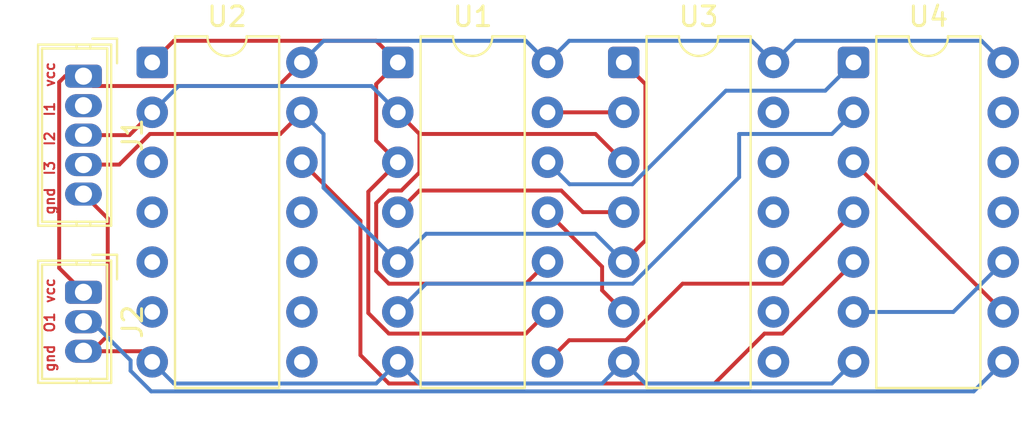
<source format=kicad_pcb>
(kicad_pcb (version 20241229) (generator "pcbnew") (generator_version "9.0")
  (layers (0 "F.Cu" signal) (2 "B.Cu" signal) (13 "F.Paste" user) (15 "B.Paste" user) (5 "F.SilkS" user "F.Silkscreen") (7 "B.SilkS" user "B.Silkscreen") (1 "F.Mask" user) (3 "B.Mask" user) (25 "Edge.Cuts" user))
  (net 0 "")
  (net 1 "VCC")
  (net 2 "Net-(J1-Pin_2)")
  (net 3 "Net-(J1-Pin_4)")
  (net 4 "Net-(J1-Pin_3)")
  (net 5 "GND")
  (net 6 "Net-(J2-Pin_2)")
  (net 7 "Net-(U1-Pad4)")
  (net 8 "Net-(U1-Pad8)")
  (net 9 "Net-(U1-Pad6)")
  (net 10 "Net-(U1-Pad11)")
  (net 11 "Net-(U1-Pad13)")
  (net 12 "Net-(U1-Pad12)")
  (net 17 "Net-(U2-Pad12)")
  (net 28 "Net-(U4-Pad3)")
  (net 30 "Net-(U4-Pad10)")
  (footprint "Connector_Wuerth:Wuerth_WR-WTB_64800311622_1x03_P1.50mm_Vertical" (layer "F.Cu") (at 19.92395 28.899 -90)
    (property "Reference" "J2" (at 1.5 -2.5 90) (layer "F.SilkS"))
    (property "Value" "Conn_01x03_Pin")
    (fp_line (start -1.61 2.31) (end 4.61 2.31) (stroke (width 0.12)) (layer "F.SilkS"))
    (fp_line (start 4.61 2.31) (end 4.61 -1.41) (stroke (width 0.12)) (layer "F.SilkS"))
    (fp_line (start -1.41 2.11) (end 4.41 2.11) (stroke (width 0.12)) (layer "F.SilkS"))
    (fp_line (start 4.41 2.11) (end 4.41 0.35) (stroke (width 0.12)) (layer "F.SilkS"))
    (fp_line (start -1.41 0.35) (end -1.41 2.11) (stroke (width 0.12)) (layer "F.SilkS"))
    (fp_line (start -1.41 0.35) (end -1.61 0.35) (stroke (width 0.12)) (layer "F.SilkS"))
    (fp_line (start 4.41 0.35) (end 4.61 0.35) (stroke (width 0.12)) (layer "F.SilkS"))
    (fp_line (start -1.61 -0.35) (end -1.41 -0.35) (stroke (width 0.12)) (layer "F.SilkS"))
    (fp_line (start -1.41 -0.35) (end -1.41 0.35) (stroke (width 0.12)) (layer "F.SilkS"))
    (fp_line (start -1.41 -0.35) (end -1.41 -1.21) (stroke (width 0.12)) (layer "F.SilkS"))
    (fp_line (start 4.41 -0.35) (end 4.41 0.35) (stroke (width 0.12)) (layer "F.SilkS"))
    (fp_line (start 4.41 -0.35) (end 4.61 -0.35) (stroke (width 0.12)) (layer "F.SilkS"))
    (fp_line (start -1.41 -1.21) (end 4.41 -1.21) (stroke (width 0.12)) (layer "F.SilkS"))
    (fp_line (start 4.41 -1.21) (end 4.41 -0.35) (stroke (width 0.12)) (layer "F.SilkS"))
    (fp_line (start -1.61 -1.41) (end -1.61 2.31) (stroke (width 0.12)) (layer "F.SilkS"))
    (fp_line (start 4.61 -1.41) (end -1.61 -1.41) (stroke (width 0.12)) (layer "F.SilkS"))
    (fp_line (start -1.91 -1.71) (end -1.91 -0.46) (stroke (width 0.12)) (layer "F.SilkS"))
    (fp_line (start -0.66 -1.71) (end -1.91 -1.71) (stroke (width 0.12)) (layer "F.SilkS"))
    (pad "1" thru_hole roundrect (at 0 0 270) (size 1.17 1.87) (drill 0.87) (layers "*.Cu" "*.Mask") (roundrect_rratio 0.213675) (net 1 "VCC"))
    (pad "2" thru_hole oval (at 1.5 0 270) (size 1.17 1.87) (drill 0.87) (layers "*.Cu" "*.Mask") (net 6 "Net-(J2-Pin_2)"))
    (pad "3" thru_hole oval (at 3 0 270) (size 1.17 1.87) (drill 0.87) (layers "*.Cu" "*.Mask") (net 5 "GND"))
  )
  (footprint "Package_DIP:DIP-14_W7.62mm" (layer "F.Cu") (at 23.42395 17.199)
    (property "Reference" "U2" (at 3.81 -2.33 0) (layer "F.SilkS"))
    (property "Value" "74LS11")
    (fp_line (start 1.16 -1.33) (end 1.16 16.57) (stroke (width 0.12)) (layer "F.SilkS"))
    (fp_line (start 1.16 16.57) (end 6.46 16.57) (stroke (width 0.12)) (layer "F.SilkS"))
    (fp_line (start 2.81 -1.33) (end 1.16 -1.33) (stroke (width 0.12)) (layer "F.SilkS"))
    (fp_line (start 6.46 -1.33) (end 4.81 -1.33) (stroke (width 0.12)) (layer "F.SilkS"))
    (fp_line (start 6.46 16.57) (end 6.46 -1.33) (stroke (width 0.12)) (layer "F.SilkS"))
    (fp_arc (start 4.81 -1.33) (mid 3.81 -0.33) (end 2.81 -1.33) (stroke (width 0.12)) (layer "F.SilkS"))
    (pad "1" thru_hole roundrect (at 0 0) (size 1.6 1.6) (drill 0.8) (layers "*.Cu" "*.Mask") (roundrect_rratio 0.15625) (net 2 "Net-(J1-Pin_2)"))
    (pad "2" thru_hole circle (at 0 2.54) (size 1.6 1.6) (drill 0.8) (layers "*.Cu" "*.Mask") (net 4 "Net-(J1-Pin_3)"))
    (pad "3" thru_hole circle (at 0 5.08) (size 1.6 1.6) (drill 0.8) (layers "*.Cu" "*.Mask"))
    (pad "4" thru_hole circle (at 0 7.62) (size 1.6 1.6) (drill 0.8) (layers "*.Cu" "*.Mask"))
    (pad "5" thru_hole circle (at 0 10.16) (size 1.6 1.6) (drill 0.8) (layers "*.Cu" "*.Mask"))
    (pad "6" thru_hole circle (at 0 12.7) (size 1.6 1.6) (drill 0.8) (layers "*.Cu" "*.Mask"))
    (pad "7" thru_hole circle (at 0 15.24) (size 1.6 1.6) (drill 0.8) (layers "*.Cu" "*.Mask") (net 5 "GND"))
    (pad "8" thru_hole circle (at 7.62 15.24) (size 1.6 1.6) (drill 0.8) (layers "*.Cu" "*.Mask"))
    (pad "9" thru_hole circle (at 7.62 12.7) (size 1.6 1.6) (drill 0.8) (layers "*.Cu" "*.Mask"))
    (pad "10" thru_hole circle (at 7.62 10.16) (size 1.6 1.6) (drill 0.8) (layers "*.Cu" "*.Mask"))
    (pad "11" thru_hole circle (at 7.62 7.62) (size 1.6 1.6) (drill 0.8) (layers "*.Cu" "*.Mask"))
    (pad "12" thru_hole circle (at 7.62 5.08) (size 1.6 1.6) (drill 0.8) (layers "*.Cu" "*.Mask") (net 17 "Net-(U2-Pad12)"))
    (pad "13" thru_hole circle (at 7.62 2.54) (size 1.6 1.6) (drill 0.8) (layers "*.Cu" "*.Mask") (net 3 "Net-(J1-Pin_4)"))
    (pad "14" thru_hole circle (at 7.62 0) (size 1.6 1.6) (drill 0.8) (layers "*.Cu" "*.Mask") (net 1 "VCC"))
  )
  (footprint "Package_DIP:DIP-14_W7.62mm" (layer "F.Cu") (at 35.92395 17.199)
    (property "Reference" "U1" (at 3.81 -2.33 0) (layer "F.SilkS"))
    (property "Value" "74LS11")
    (fp_line (start 1.16 -1.33) (end 1.16 16.57) (stroke (width 0.12)) (layer "F.SilkS"))
    (fp_line (start 1.16 16.57) (end 6.46 16.57) (stroke (width 0.12)) (layer "F.SilkS"))
    (fp_line (start 2.81 -1.33) (end 1.16 -1.33) (stroke (width 0.12)) (layer "F.SilkS"))
    (fp_line (start 6.46 -1.33) (end 4.81 -1.33) (stroke (width 0.12)) (layer "F.SilkS"))
    (fp_line (start 6.46 16.57) (end 6.46 -1.33) (stroke (width 0.12)) (layer "F.SilkS"))
    (fp_arc (start 4.81 -1.33) (mid 3.81 -0.33) (end 2.81 -1.33) (stroke (width 0.12)) (layer "F.SilkS"))
    (pad "1" thru_hole roundrect (at 0 0) (size 1.6 1.6) (drill 0.8) (layers "*.Cu" "*.Mask") (roundrect_rratio 0.15625) (net 2 "Net-(J1-Pin_2)"))
    (pad "2" thru_hole circle (at 0 2.54) (size 1.6 1.6) (drill 0.8) (layers "*.Cu" "*.Mask") (net 4 "Net-(J1-Pin_3)"))
    (pad "3" thru_hole circle (at 0 5.08) (size 1.6 1.6) (drill 0.8) (layers "*.Cu" "*.Mask") (net 2 "Net-(J1-Pin_2)"))
    (pad "4" thru_hole circle (at 0 7.62) (size 1.6 1.6) (drill 0.8) (layers "*.Cu" "*.Mask") (net 7 "Net-(U1-Pad4)"))
    (pad "5" thru_hole circle (at 0 10.16) (size 1.6 1.6) (drill 0.8) (layers "*.Cu" "*.Mask") (net 3 "Net-(J1-Pin_4)"))
    (pad "6" thru_hole circle (at 0 12.7) (size 1.6 1.6) (drill 0.8) (layers "*.Cu" "*.Mask") (net 9 "Net-(U1-Pad6)"))
    (pad "7" thru_hole circle (at 0 15.24) (size 1.6 1.6) (drill 0.8) (layers "*.Cu" "*.Mask") (net 5 "GND"))
    (pad "8" thru_hole circle (at 7.62 15.24) (size 1.6 1.6) (drill 0.8) (layers "*.Cu" "*.Mask") (net 8 "Net-(U1-Pad8)"))
    (pad "9" thru_hole circle (at 7.62 12.7) (size 1.6 1.6) (drill 0.8) (layers "*.Cu" "*.Mask") (net 2 "Net-(J1-Pin_2)"))
    (pad "10" thru_hole circle (at 7.62 10.16) (size 1.6 1.6) (drill 0.8) (layers "*.Cu" "*.Mask") (net 4 "Net-(J1-Pin_3)"))
    (pad "11" thru_hole circle (at 7.62 7.62) (size 1.6 1.6) (drill 0.8) (layers "*.Cu" "*.Mask") (net 10 "Net-(U1-Pad11)"))
    (pad "12" thru_hole circle (at 7.62 5.08) (size 1.6 1.6) (drill 0.8) (layers "*.Cu" "*.Mask") (net 12 "Net-(U1-Pad12)"))
    (pad "13" thru_hole circle (at 7.62 2.54) (size 1.6 1.6) (drill 0.8) (layers "*.Cu" "*.Mask") (net 11 "Net-(U1-Pad13)"))
    (pad "14" thru_hole circle (at 7.62 0) (size 1.6 1.6) (drill 0.8) (layers "*.Cu" "*.Mask") (net 1 "VCC"))
  )
  (footprint "Package_DIP:DIP-14_W7.62mm" (layer "F.Cu") (at 59.11895 17.199)
    (property "Reference" "U4" (at 3.81 -2.33 0) (layer "F.SilkS"))
    (property "Value" "74LS32")
    (fp_line (start 1.16 -1.33) (end 1.16 16.57) (stroke (width 0.12)) (layer "F.SilkS"))
    (fp_line (start 1.16 16.57) (end 6.46 16.57) (stroke (width 0.12)) (layer "F.SilkS"))
    (fp_line (start 2.81 -1.33) (end 1.16 -1.33) (stroke (width 0.12)) (layer "F.SilkS"))
    (fp_line (start 6.46 -1.33) (end 4.81 -1.33) (stroke (width 0.12)) (layer "F.SilkS"))
    (fp_line (start 6.46 16.57) (end 6.46 -1.33) (stroke (width 0.12)) (layer "F.SilkS"))
    (fp_arc (start 4.81 -1.33) (mid 3.81 -0.33) (end 2.81 -1.33) (stroke (width 0.12)) (layer "F.SilkS"))
    (pad "1" thru_hole roundrect (at 0 0) (size 1.6 1.6) (drill 0.8) (layers "*.Cu" "*.Mask") (roundrect_rratio 0.15625) (net 12 "Net-(U1-Pad12)"))
    (pad "2" thru_hole circle (at 0 2.54) (size 1.6 1.6) (drill 0.8) (layers "*.Cu" "*.Mask") (net 9 "Net-(U1-Pad6)"))
    (pad "3" thru_hole circle (at 0 5.08) (size 1.6 1.6) (drill 0.8) (layers "*.Cu" "*.Mask") (net 28 "Net-(U4-Pad3)"))
    (pad "4" thru_hole circle (at 0 7.62) (size 1.6 1.6) (drill 0.8) (layers "*.Cu" "*.Mask") (net 8 "Net-(U1-Pad8)"))
    (pad "5" thru_hole circle (at 0 10.16) (size 1.6 1.6) (drill 0.8) (layers "*.Cu" "*.Mask") (net 17 "Net-(U2-Pad12)"))
    (pad "6" thru_hole circle (at 0 12.7) (size 1.6 1.6) (drill 0.8) (layers "*.Cu" "*.Mask") (net 30 "Net-(U4-Pad10)"))
    (pad "7" thru_hole circle (at 0 15.24) (size 1.6 1.6) (drill 0.8) (layers "*.Cu" "*.Mask") (net 5 "GND"))
    (pad "8" thru_hole circle (at 7.62 15.24) (size 1.6 1.6) (drill 0.8) (layers "*.Cu" "*.Mask") (net 6 "Net-(J2-Pin_2)"))
    (pad "9" thru_hole circle (at 7.62 12.7) (size 1.6 1.6) (drill 0.8) (layers "*.Cu" "*.Mask") (net 28 "Net-(U4-Pad3)"))
    (pad "10" thru_hole circle (at 7.62 10.16) (size 1.6 1.6) (drill 0.8) (layers "*.Cu" "*.Mask") (net 30 "Net-(U4-Pad10)"))
    (pad "11" thru_hole circle (at 7.62 7.62) (size 1.6 1.6) (drill 0.8) (layers "*.Cu" "*.Mask"))
    (pad "12" thru_hole circle (at 7.62 5.08) (size 1.6 1.6) (drill 0.8) (layers "*.Cu" "*.Mask"))
    (pad "13" thru_hole circle (at 7.62 2.54) (size 1.6 1.6) (drill 0.8) (layers "*.Cu" "*.Mask"))
    (pad "14" thru_hole circle (at 7.62 0) (size 1.6 1.6) (drill 0.8) (layers "*.Cu" "*.Mask") (net 1 "VCC"))
  )
  (footprint "Connector_Wuerth:Wuerth_WR-WTB_64800511622_1x05_P1.50mm_Vertical" (layer "F.Cu") (at 19.92395 17.899 -90)
    (property "Reference" "J1" (at 3 -2.5 90) (layer "F.SilkS"))
    (property "Value" "Conn_01x05_Pin")
    (fp_line (start -1.61 2.31) (end 7.61 2.31) (stroke (width 0.12)) (layer "F.SilkS"))
    (fp_line (start 7.61 2.31) (end 7.61 -1.41) (stroke (width 0.12)) (layer "F.SilkS"))
    (fp_line (start -1.41 2.11) (end 7.41 2.11) (stroke (width 0.12)) (layer "F.SilkS"))
    (fp_line (start 7.41 2.11) (end 7.41 0.35) (stroke (width 0.12)) (layer "F.SilkS"))
    (fp_line (start -1.41 0.35) (end -1.41 2.11) (stroke (width 0.12)) (layer "F.SilkS"))
    (fp_line (start -1.41 0.35) (end -1.61 0.35) (stroke (width 0.12)) (layer "F.SilkS"))
    (fp_line (start 7.41 0.35) (end 7.61 0.35) (stroke (width 0.12)) (layer "F.SilkS"))
    (fp_line (start -1.61 -0.35) (end -1.41 -0.35) (stroke (width 0.12)) (layer "F.SilkS"))
    (fp_line (start -1.41 -0.35) (end -1.41 0.35) (stroke (width 0.12)) (layer "F.SilkS"))
    (fp_line (start -1.41 -0.35) (end -1.41 -1.21) (stroke (width 0.12)) (layer "F.SilkS"))
    (fp_line (start 7.41 -0.35) (end 7.41 0.35) (stroke (width 0.12)) (layer "F.SilkS"))
    (fp_line (start 7.41 -0.35) (end 7.61 -0.35) (stroke (width 0.12)) (layer "F.SilkS"))
    (fp_line (start -1.41 -1.21) (end 7.41 -1.21) (stroke (width 0.12)) (layer "F.SilkS"))
    (fp_line (start 7.41 -1.21) (end 7.41 -0.35) (stroke (width 0.12)) (layer "F.SilkS"))
    (fp_line (start -1.61 -1.41) (end -1.61 2.31) (stroke (width 0.12)) (layer "F.SilkS"))
    (fp_line (start 7.61 -1.41) (end -1.61 -1.41) (stroke (width 0.12)) (layer "F.SilkS"))
    (fp_line (start -1.91 -1.71) (end -1.91 -0.46) (stroke (width 0.12)) (layer "F.SilkS"))
    (fp_line (start -0.66 -1.71) (end -1.91 -1.71) (stroke (width 0.12)) (layer "F.SilkS"))
    (pad "1" thru_hole roundrect (at 0 0 270) (size 1.17 1.87) (drill 0.87) (layers "*.Cu" "*.Mask") (roundrect_rratio 0.213675) (net 1 "VCC"))
    (pad "2" thru_hole oval (at 1.5 0 270) (size 1.17 1.87) (drill 0.87) (layers "*.Cu" "*.Mask") (net 2 "Net-(J1-Pin_2)"))
    (pad "3" thru_hole oval (at 3 0 270) (size 1.17 1.87) (drill 0.87) (layers "*.Cu" "*.Mask") (net 4 "Net-(J1-Pin_3)"))
    (pad "4" thru_hole oval (at 4.5 0 270) (size 1.17 1.87) (drill 0.87) (layers "*.Cu" "*.Mask") (net 3 "Net-(J1-Pin_4)"))
    (pad "5" thru_hole oval (at 6 0 270) (size 1.17 1.87) (drill 0.87) (layers "*.Cu" "*.Mask") (net 5 "GND"))
  )
  (footprint "Package_DIP:DIP-14_W7.62mm" (layer "F.Cu") (at 47.42395 17.199)
    (property "Reference" "U3" (at 3.81 -2.33 0) (layer "F.SilkS"))
    (property "Value" "74AHC04")
    (fp_line (start 1.16 -1.33) (end 1.16 16.57) (stroke (width 0.12)) (layer "F.SilkS"))
    (fp_line (start 1.16 16.57) (end 6.46 16.57) (stroke (width 0.12)) (layer "F.SilkS"))
    (fp_line (start 2.81 -1.33) (end 1.16 -1.33) (stroke (width 0.12)) (layer "F.SilkS"))
    (fp_line (start 6.46 -1.33) (end 4.81 -1.33) (stroke (width 0.12)) (layer "F.SilkS"))
    (fp_line (start 6.46 16.57) (end 6.46 -1.33) (stroke (width 0.12)) (layer "F.SilkS"))
    (fp_arc (start 4.81 -1.33) (mid 3.81 -0.33) (end 2.81 -1.33) (stroke (width 0.12)) (layer "F.SilkS"))
    (pad "1" thru_hole roundrect (at 0 0) (size 1.6 1.6) (drill 0.8) (layers "*.Cu" "*.Mask") (roundrect_rratio 0.15625) (net 3 "Net-(J1-Pin_4)"))
    (pad "2" thru_hole circle (at 0 2.54) (size 1.6 1.6) (drill 0.8) (layers "*.Cu" "*.Mask") (net 11 "Net-(U1-Pad13)"))
    (pad "3" thru_hole circle (at 0 5.08) (size 1.6 1.6) (drill 0.8) (layers "*.Cu" "*.Mask") (net 4 "Net-(J1-Pin_3)"))
    (pad "4" thru_hole circle (at 0 7.62) (size 1.6 1.6) (drill 0.8) (layers "*.Cu" "*.Mask") (net 7 "Net-(U1-Pad4)"))
    (pad "5" thru_hole circle (at 0 10.16) (size 1.6 1.6) (drill 0.8) (layers "*.Cu" "*.Mask") (net 3 "Net-(J1-Pin_4)"))
    (pad "6" thru_hole circle (at 0 12.7) (size 1.6 1.6) (drill 0.8) (layers "*.Cu" "*.Mask") (net 10 "Net-(U1-Pad11)"))
    (pad "7" thru_hole circle (at 0 15.24) (size 1.6 1.6) (drill 0.8) (layers "*.Cu" "*.Mask") (net 5 "GND"))
    (pad "8" thru_hole circle (at 7.62 15.24) (size 1.6 1.6) (drill 0.8) (layers "*.Cu" "*.Mask"))
    (pad "9" thru_hole circle (at 7.62 12.7) (size 1.6 1.6) (drill 0.8) (layers "*.Cu" "*.Mask"))
    (pad "10" thru_hole circle (at 7.62 10.16) (size 1.6 1.6) (drill 0.8) (layers "*.Cu" "*.Mask"))
    (pad "11" thru_hole circle (at 7.62 7.62) (size 1.6 1.6) (drill 0.8) (layers "*.Cu" "*.Mask"))
    (pad "12" thru_hole circle (at 7.62 5.08) (size 1.6 1.6) (drill 0.8) (layers "*.Cu" "*.Mask"))
    (pad "13" thru_hole circle (at 7.62 2.54) (size 1.6 1.6) (drill 0.8) (layers "*.Cu" "*.Mask"))
    (pad "14" thru_hole circle (at 7.62 0) (size 1.6 1.6) (drill 0.8) (layers "*.Cu" "*.Mask") (net 1 "VCC"))
  )
  (gr_text "vcc" (at 18.5 29.5 90) (layer "F.Cu") (effects (font (size 0.5 0.5) (thickness 0.1)) (justify left bottom)))
  (gr_text "vcc" (at 18.5 18.5 90) (layer "F.Cu") (effects (font (size 0.5 0.5) (thickness 0.1)) (justify left bottom)))
  (gr_text "O1" (at 18.5 31 90) (layer "F.Cu") (effects (font (size 0.5 0.5) (thickness 0.1)) (justify left bottom)))
  (gr_text "I1" (at 18.5 20 90) (layer "F.Cu") (effects (font (size 0.5 0.5) (thickness 0.1)) (justify left bottom)))
  (gr_text "gnd" (at 18.5 25 90) (layer "F.Cu") (effects (font (size 0.5 0.5) (thickness 0.1) (bold yes)) (justify left bottom)))
  (gr_text "I2" (at 18.5 21.5 90) (layer "F.Cu") (effects (font (size 0.5 0.5) (thickness 0.1)) (justify left bottom)))
  (gr_text "I3" (at 18.5 23 90) (layer "F.Cu") (effects (font (size 0.5 0.5) (thickness 0.1)) (justify left bottom)))
  (gr_text "gnd" (at 18.5 33 90) (layer "F.Cu") (effects (font (size 0.5 0.5) (thickness 0.1) (bold yes)) (justify left bottom)))
  (segment (start 18.98895 17.899) (end 19.92395 17.899) (width 0.2) (layer "F.Cu") (net 1))
  (segment (start 29.84395 18.399) (end 31.04395 17.199) (width 0.2) (layer "F.Cu") (net 1))
  (segment (start 19.92395 28.899) (end 18.68795 27.663) (width 0.2) (layer "F.Cu") (net 1))
  (segment (start 20.42395 18.399) (end 29.84395 18.399) (width 0.2) (layer "F.Cu") (net 1))
  (segment (start 18.68795 27.663) (end 18.68795 18.2) (width 0.2) (layer "F.Cu") (net 1))
  (segment (start 19.92395 17.899) (end 20.42395 18.399) (width 0.2) (layer "F.Cu") (net 1))
  (segment (start 18.68795 18.2) (end 18.98895 17.899) (width 0.2) (layer "F.Cu") (net 1))
  (segment (start 43.54395 17.199) (end 44.64495 16.098) (width 0.2) (layer "B.Cu") (net 1))
  (segment (start 65.63795 16.098) (end 66.73895 17.199) (width 0.2) (layer "B.Cu") (net 1))
  (segment (start 31.04395 17.199) (end 32.14495 16.098) (width 0.2) (layer "B.Cu") (net 1))
  (segment (start 32.14495 16.098) (end 42.44295 16.098) (width 0.2) (layer "B.Cu") (net 1))
  (segment (start 42.44295 16.098) (end 43.54395 17.199) (width 0.2) (layer "B.Cu") (net 1))
  (segment (start 55.04395 17.199) (end 56.14495 16.098) (width 0.2) (layer "B.Cu") (net 1))
  (segment (start 44.64495 16.098) (end 53.94295 16.098) (width 0.2) (layer "B.Cu") (net 1))
  (segment (start 53.94295 16.098) (end 55.04395 17.199) (width 0.2) (layer "B.Cu") (net 1))
  (segment (start 56.14495 16.098) (end 65.63795 16.098) (width 0.2) (layer "B.Cu") (net 1))
  (segment (start 34.42195 29.95405) (end 34.42195 23.781) (width 0.2) (layer "F.Cu") (net 2))
  (segment (start 34.42195 23.781) (end 35.92395 22.279) (width 0.2) (layer "F.Cu") (net 2))
  (segment (start 34.82295 21.178) (end 35.92395 22.279) (width 0.2) (layer "F.Cu") (net 2))
  (segment (start 34.82295 18.3) (end 34.82295 21.178) (width 0.2) (layer "F.Cu") (net 2))
  (segment (start 35.92395 17.199) (end 34.82295 16.098) (width 0.2) (layer "F.Cu") (net 2))
  (segment (start 35.92395 17.199) (end 34.82295 18.3) (width 0.2) (layer "F.Cu") (net 2))
  (segment (start 43.54395 29.899) (end 42.44295 31) (width 0.2) (layer "F.Cu") (net 2))
  (segment (start 24.52495 16.098) (end 23.42395 17.199) (width 0.2) (layer "F.Cu") (net 2))
  (segment (start 35.4679 31) (end 34.42195 29.95405) (width 0.2) (layer "F.Cu") (net 2))
  (segment (start 42.44295 31) (end 35.4679 31) (width 0.2) (layer "F.Cu") (net 2))
  (segment (start 34.82295 16.098) (end 24.52495 16.098) (width 0.2) (layer "F.Cu") (net 2))
  (segment (start 21.7469 22.399) (end 23.3059 20.84) (width 0.2) (layer "F.Cu") (net 3))
  (segment (start 48.52495 18.3) (end 48.52495 26.258) (width 0.2) (layer "F.Cu") (net 3))
  (segment (start 19.92395 22.399) (end 21.7469 22.399) (width 0.2) (layer "F.Cu") (net 3))
  (segment (start 23.3059 20.84) (end 29.94295 20.84) (width 0.2) (layer "F.Cu") (net 3))
  (segment (start 48.52495 26.258) (end 47.42395 27.359) (width 0.2) (layer "F.Cu") (net 3))
  (segment (start 29.94295 20.84) (end 31.04395 19.739) (width 0.2) (layer "F.Cu") (net 3))
  (segment (start 47.42395 17.199) (end 48.52495 18.3) (width 0.2) (layer "F.Cu") (net 3))
  (segment (start 35.92395 27.359) (end 37.36295 25.92) (width 0.2) (layer "B.Cu") (net 3))
  (segment (start 45.98495 25.92) (end 47.42395 27.359) (width 0.2) (layer "B.Cu") (net 3))
  (segment (start 32.14495 20.84) (end 32.14495 23.58) (width 0.2) (layer "B.Cu") (net 3))
  (segment (start 31.04395 19.739) (end 32.14495 20.84) (width 0.2) (layer "B.Cu") (net 3))
  (segment (start 37.36295 25.92) (end 45.98495 25.92) (width 0.2) (layer "B.Cu") (net 3))
  (segment (start 32.14495 23.58) (end 35.92395 27.359) (width 0.2) (layer "B.Cu") (net 3))
  (segment (start 34.82295 24.36295) (end 34.82295 27.81505) (width 0.2) (layer "F.Cu") (net 4))
  (segment (start 34.82295 27.81505) (end 35.4679 28.46) (width 0.2) (layer "F.Cu") (net 4))
  (segment (start 37.02495 20.84) (end 45.98495 20.84) (width 0.2) (layer "F.Cu") (net 4))
  (segment (start 19.92395 20.899) (end 22.26395 20.899) (width 0.2) (layer "F.Cu") (net 4))
  (segment (start 45.98495 20.84) (end 47.42395 22.279) (width 0.2) (layer "F.Cu") (net 4))
  (segment (start 35.4679 28.46) (end 42.44295 28.46) (width 0.2) (layer "F.Cu") (net 4))
  (segment (start 35.92395 19.739) (end 37.02495 20.84) (width 0.2) (layer "F.Cu") (net 4))
  (segment (start 37.02495 20.84) (end 37.02495 22.798) (width 0.2) (layer "F.Cu") (net 4))
  (segment (start 36.10495 23.718) (end 35.4679 23.718) (width 0.2) (layer "F.Cu") (net 4))
  (segment (start 37.02495 22.798) (end 36.10495 23.718) (width 0.2) (layer "F.Cu") (net 4))
  (segment (start 22.26395 20.899) (end 23.42395 19.739) (width 0.2) (layer "F.Cu") (net 4))
  (segment (start 35.4679 23.718) (end 34.82295 24.36295) (width 0.2) (layer "F.Cu") (net 4))
  (segment (start 42.44295 28.46) (end 43.54395 27.359) (width 0.2) (layer "F.Cu") (net 4))
  (segment (start 24.76395 18.399) (end 23.42395 19.739) (width 0.2) (layer "B.Cu") (net 4))
  (segment (start 34.58395 18.399) (end 24.76395 18.399) (width 0.2) (layer "B.Cu") (net 4))
  (segment (start 35.92395 19.739) (end 34.58395 18.399) (width 0.2) (layer "B.Cu") (net 4))
  (segment (start 19.92395 31.899) (end 22.88395 31.899) (width 0.2) (layer "F.Cu") (net 5))
  (segment (start 21.15995 31.098) (end 20.35895 31.899) (width 0.2) (layer "F.Cu") (net 5))
  (segment (start 21.15995 25.135) (end 21.15995 31.098) (width 0.2) (layer "F.Cu") (net 5))
  (segment (start 19.92395 23.899) (end 21.15995 25.135) (width 0.2) (layer "F.Cu") (net 5))
  (segment (start 22.88395 31.899) (end 23.42395 32.439) (width 0.2) (layer "F.Cu") (net 5))
  (segment (start 20.35895 31.899) (end 19.92395 31.899) (width 0.2) (layer "F.Cu") (net 5))
  (segment (start 58.01795 33.54) (end 59.11895 32.439) (width 0.2) (layer "B.Cu") (net 5))
  (segment (start 23.42395 32.439) (end 24.52495 33.54) (width 0.2) (layer "B.Cu") (net 5))
  (segment (start 35.92395 32.439) (end 37.02495 33.54) (width 0.2) (layer "B.Cu") (net 5))
  (segment (start 48.52495 33.54) (end 58.01795 33.54) (width 0.2) (layer "B.Cu") (net 5))
  (segment (start 34.82295 33.54) (end 35.92395 32.439) (width 0.2) (layer "B.Cu") (net 5))
  (segment (start 37.02495 33.54) (end 46.32295 33.54) (width 0.2) (layer "B.Cu") (net 5))
  (segment (start 24.52495 33.54) (end 34.82295 33.54) (width 0.2) (layer "B.Cu") (net 5))
  (segment (start 46.32295 33.54) (end 47.42395 32.439) (width 0.2) (layer "B.Cu") (net 5))
  (segment (start 47.42395 32.439) (end 48.52495 33.54) (width 0.2) (layer "B.Cu") (net 5))
  (segment (start 22.32295 32.89505) (end 23.3689 33.941) (width 0.2) (layer "B.Cu") (net 6))
  (segment (start 22.32295 32.363) (end 22.32295 32.89505) (width 0.2) (layer "B.Cu") (net 6))
  (segment (start 19.92395 30.399) (end 20.35895 30.399) (width 0.2) (layer "B.Cu") (net 6))
  (segment (start 20.35895 30.399) (end 22.32295 32.363) (width 0.2) (layer "B.Cu") (net 6))
  (segment (start 23.3689 33.941) (end 65.23695 33.941) (width 0.2) (layer "B.Cu") (net 6))
  (segment (start 65.23695 33.941) (end 66.73895 32.439) (width 0.2) (layer "B.Cu") (net 6))
  (segment (start 45.34395 24.819) (end 44.24295 23.718) (width 0.2) (layer "F.Cu") (net 7))
  (segment (start 44.24295 23.718) (end 37.02495 23.718) (width 0.2) (layer "F.Cu") (net 7))
  (segment (start 37.02495 23.718) (end 35.92395 24.819) (width 0.2) (layer "F.Cu") (net 7))
  (segment (start 47.42395 24.819) (end 45.34395 24.819) (width 0.2) (layer "F.Cu") (net 7))
  (segment (start 55.5 28.46) (end 50.42 28.46) (width 0.2) (layer "F.Cu") (net 8))
  (segment (start 44.64495 31.338) (end 43.54395 32.439) (width 0.2) (layer "F.Cu") (net 8))
  (segment (start 59.11895 24.84105) (end 55.5 28.46) (width 0.2) (layer "F.Cu") (net 8))
  (segment (start 59.11895 24.819) (end 59.11895 24.84105) (width 0.2) (layer "F.Cu") (net 8))
  (segment (start 50.42 28.46) (end 47.542 31.338) (width 0.2) (layer "F.Cu") (net 8))
  (segment (start 47.542 31.338) (end 44.64495 31.338) (width 0.2) (layer "F.Cu") (net 8))
  (segment (start 47.88 28.46) (end 37.36295 28.46) (width 0.2) (layer "B.Cu") (net 9))
  (segment (start 58.01795 20.84) (end 53.298 20.84) (width 0.2) (layer "B.Cu") (net 9))
  (segment (start 53.298 20.84) (end 53.298 23.042) (width 0.2) (layer "B.Cu") (net 9))
  (segment (start 53.298 23.042) (end 47.88 28.46) (width 0.2) (layer "B.Cu") (net 9))
  (segment (start 59.11895 19.739) (end 58.01795 20.84) (width 0.2) (layer "B.Cu") (net 9))
  (segment (start 37.36295 28.46) (end 35.92395 29.899) (width 0.2) (layer "B.Cu") (net 9))
  (segment (start 46.32295 28.798) (end 47.42395 29.899) (width 0.2) (layer "F.Cu") (net 10))
  (segment (start 47.42395 29.399) (end 47.42395 29.899) (width 0.2) (layer "F.Cu") (net 10))
  (segment (start 46.32295 27.598) (end 46.32295 28.798) (width 0.2) (layer "F.Cu") (net 10))
  (segment (start 43.54395 24.819) (end 46.32295 27.598) (width 0.2) (layer "F.Cu") (net 10))
  (segment (start 43.54395 24.819) (end 43.54395 25.519) (width 0.2) (layer "F.Cu") (net 10))
  (segment (start 43.54395 19.739) (end 47.42395 19.739) (width 0.2) (layer "F.Cu") (net 11))
  (segment (start 59.11895 17.199) (end 57.67995 18.638) (width 0.2) (layer "B.Cu") (net 12))
  (segment (start 44.66395 23.399) (end 43.54395 22.279) (width 0.2) (layer "B.Cu") (net 12))
  (segment (start 52.622 18.638) (end 47.861 23.399) (width 0.2) (layer "B.Cu") (net 12))
  (segment (start 57.67995 18.638) (end 52.622 18.638) (width 0.2) (layer "B.Cu") (net 12))
  (segment (start 47.861 23.399) (end 44.66395 23.399) (width 0.2) (layer "B.Cu") (net 12))
  (segment (start 54.5879 31) (end 52.0479 33.54) (width 0.2) (layer "F.Cu") (net 17))
  (segment (start 55.5 31) (end 54.5879 31) (width 0.2) (layer "F.Cu") (net 17))
  (segment (start 52.0479 33.54) (end 35.4679 33.54) (width 0.2) (layer "F.Cu") (net 17))
  (segment (start 59.11895 27.38105) (end 55.5 31) (width 0.2) (layer "F.Cu") (net 17))
  (segment (start 34.02095 25.256) (end 31.04395 22.279) (width 0.2) (layer "F.Cu") (net 17))
  (segment (start 35.4679 33.54) (end 34.02095 32.09305) (width 0.2) (layer "F.Cu") (net 17))
  (segment (start 34.02095 32.09305) (end 34.02095 25.256) (width 0.2) (layer "F.Cu") (net 17))
  (segment (start 59.11895 27.359) (end 59.11895 27.38105) (width 0.2) (layer "F.Cu") (net 17))
  (segment (start 59.11895 22.279) (end 66.73895 29.899) (width 0.2) (layer "F.Cu") (net 28))
  (segment (start 64.19895 29.899) (end 66.73895 27.359) (width 0.2) (layer "B.Cu") (net 30))
  (segment (start 59.11895 29.899) (end 64.19895 29.899) (width 0.2) (layer "B.Cu") (net 30))
)
</source>
